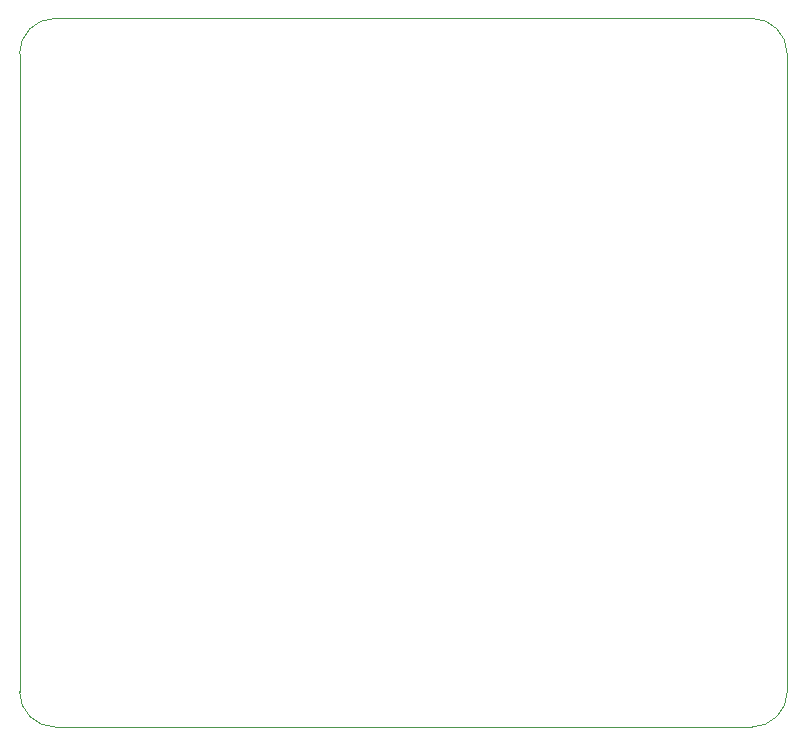
<source format=gbr>
%TF.GenerationSoftware,KiCad,Pcbnew,9.0.2*%
%TF.CreationDate,2025-06-25T14:47:54+02:00*%
%TF.ProjectId,ant control board v2,616e7420-636f-46e7-9472-6f6c20626f61,1.0*%
%TF.SameCoordinates,Original*%
%TF.FileFunction,Profile,NP*%
%FSLAX46Y46*%
G04 Gerber Fmt 4.6, Leading zero omitted, Abs format (unit mm)*
G04 Created by KiCad (PCBNEW 9.0.2) date 2025-06-25 14:47:54*
%MOMM*%
%LPD*%
G01*
G04 APERTURE LIST*
%TA.AperFunction,Profile*%
%ADD10C,0.050000*%
%TD*%
G04 APERTURE END LIST*
D10*
X117000000Y-72000000D02*
X117000000Y-126000000D01*
X179000000Y-69000000D02*
G75*
G02*
X182000000Y-72000000I0J-3000000D01*
G01*
X117000000Y-72000000D02*
G75*
G02*
X120000000Y-69000000I3000000J0D01*
G01*
X182000000Y-126000000D02*
G75*
G02*
X179000000Y-129000000I-3000000J0D01*
G01*
X120000000Y-129000000D02*
G75*
G02*
X117000000Y-126000000I0J3000000D01*
G01*
X179000000Y-69000000D02*
X120000000Y-69000000D01*
X182000000Y-126000000D02*
X182000000Y-72000000D01*
X120000000Y-129000000D02*
X179000000Y-129000000D01*
M02*

</source>
